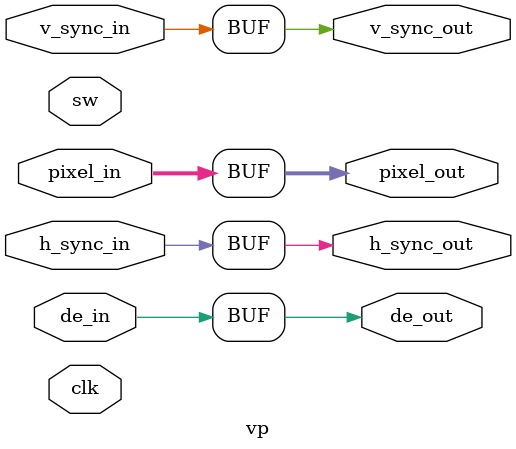
<source format=v>
`timescale 1ns / 1ps


module vp(
    input clk,
    input de_in,
    input h_sync_in,
    input v_sync_in,
    input [2:0] sw,
    input [23:0] pixel_in,
    output de_out,
    output h_sync_out,
    output v_sync_out,
    output [23:0] pixel_out
    );


assign de_out = de_in;
assign h_sync_out = h_sync_in;
assign v_sync_out = v_sync_in;
assign pixel_out = pixel_in;
 
endmodule

</source>
